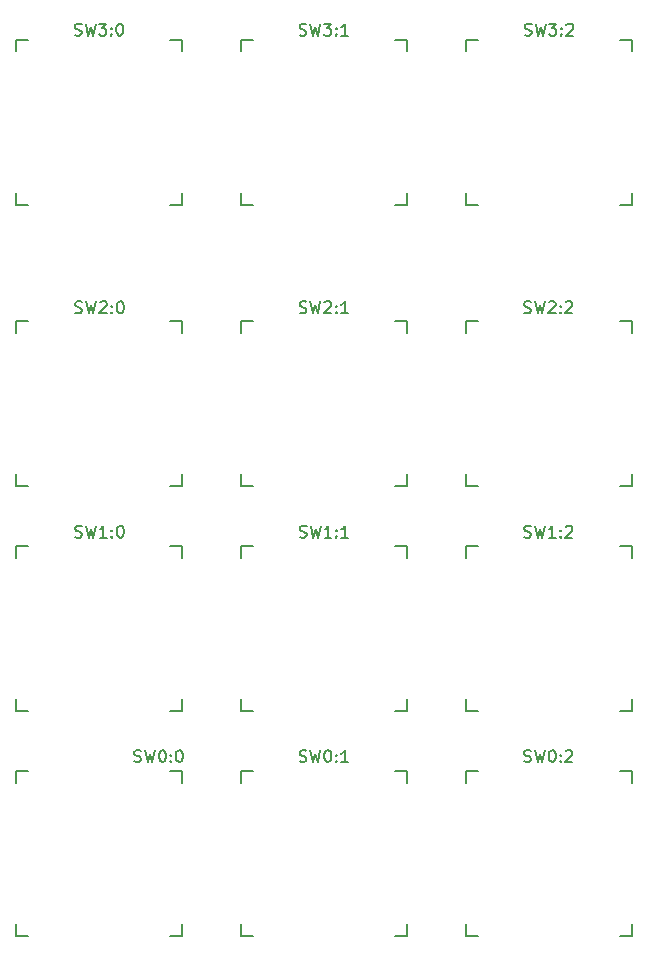
<source format=gto>
G04 #@! TF.GenerationSoftware,KiCad,Pcbnew,(5.1.5-0-10_14)*
G04 #@! TF.CreationDate,2020-01-22T02:16:51-06:00*
G04 #@! TF.ProjectId,imacro,696d6163-726f-42e6-9b69-6361645f7063,rev?*
G04 #@! TF.SameCoordinates,Original*
G04 #@! TF.FileFunction,Legend,Top*
G04 #@! TF.FilePolarity,Positive*
%FSLAX46Y46*%
G04 Gerber Fmt 4.6, Leading zero omitted, Abs format (unit mm)*
G04 Created by KiCad (PCBNEW (5.1.5-0-10_14)) date 2020-01-22 02:16:51*
%MOMM*%
%LPD*%
G04 APERTURE LIST*
%ADD10C,0.150000*%
%ADD11C,2.006600*%
%ADD12C,1.803400*%
%ADD13C,1.092200*%
%ADD14C,2.133600*%
%ADD15C,3.530600*%
%ADD16C,1.625600*%
G04 APERTURE END LIST*
D10*
X87962500Y-57293750D02*
X87962500Y-58293750D01*
X86962500Y-71293750D02*
X87962500Y-71293750D01*
X87962500Y-57293750D02*
X86962500Y-57293750D01*
X87962500Y-70293750D02*
X87962500Y-71293750D01*
X73962500Y-71293750D02*
X73962500Y-70293750D01*
X74962500Y-57293750D02*
X73962500Y-57293750D01*
X73962500Y-71293750D02*
X74962500Y-71293750D01*
X73962500Y-58293750D02*
X73962500Y-57293750D01*
X107012500Y-81106250D02*
X107012500Y-82106250D01*
X106012500Y-95106250D02*
X107012500Y-95106250D01*
X107012500Y-81106250D02*
X106012500Y-81106250D01*
X107012500Y-94106250D02*
X107012500Y-95106250D01*
X93012500Y-95106250D02*
X93012500Y-94106250D01*
X94012500Y-81106250D02*
X93012500Y-81106250D01*
X93012500Y-95106250D02*
X94012500Y-95106250D01*
X93012500Y-82106250D02*
X93012500Y-81106250D01*
X87962500Y-81106250D02*
X87962500Y-82106250D01*
X86962500Y-95106250D02*
X87962500Y-95106250D01*
X87962500Y-81106250D02*
X86962500Y-81106250D01*
X87962500Y-94106250D02*
X87962500Y-95106250D01*
X73962500Y-95106250D02*
X73962500Y-94106250D01*
X74962500Y-81106250D02*
X73962500Y-81106250D01*
X73962500Y-95106250D02*
X74962500Y-95106250D01*
X73962500Y-82106250D02*
X73962500Y-81106250D01*
X87962500Y-119206250D02*
X87962500Y-120206250D01*
X86962500Y-133206250D02*
X87962500Y-133206250D01*
X87962500Y-119206250D02*
X86962500Y-119206250D01*
X87962500Y-132206250D02*
X87962500Y-133206250D01*
X73962500Y-133206250D02*
X73962500Y-132206250D01*
X74962500Y-119206250D02*
X73962500Y-119206250D01*
X73962500Y-133206250D02*
X74962500Y-133206250D01*
X73962500Y-120206250D02*
X73962500Y-119206250D01*
X107012500Y-119206250D02*
X107012500Y-120206250D01*
X106012500Y-133206250D02*
X107012500Y-133206250D01*
X107012500Y-119206250D02*
X106012500Y-119206250D01*
X107012500Y-132206250D02*
X107012500Y-133206250D01*
X93012500Y-133206250D02*
X93012500Y-132206250D01*
X94012500Y-119206250D02*
X93012500Y-119206250D01*
X93012500Y-133206250D02*
X94012500Y-133206250D01*
X93012500Y-120206250D02*
X93012500Y-119206250D01*
X126062500Y-119206250D02*
X126062500Y-120206250D01*
X125062500Y-133206250D02*
X126062500Y-133206250D01*
X126062500Y-119206250D02*
X125062500Y-119206250D01*
X126062500Y-132206250D02*
X126062500Y-133206250D01*
X112062500Y-133206250D02*
X112062500Y-132206250D01*
X113062500Y-119206250D02*
X112062500Y-119206250D01*
X112062500Y-133206250D02*
X113062500Y-133206250D01*
X112062500Y-120206250D02*
X112062500Y-119206250D01*
X87962500Y-100156250D02*
X87962500Y-101156250D01*
X86962500Y-114156250D02*
X87962500Y-114156250D01*
X87962500Y-100156250D02*
X86962500Y-100156250D01*
X87962500Y-113156250D02*
X87962500Y-114156250D01*
X73962500Y-114156250D02*
X73962500Y-113156250D01*
X74962500Y-100156250D02*
X73962500Y-100156250D01*
X73962500Y-114156250D02*
X74962500Y-114156250D01*
X73962500Y-101156250D02*
X73962500Y-100156250D01*
X107012500Y-100156250D02*
X107012500Y-101156250D01*
X106012500Y-114156250D02*
X107012500Y-114156250D01*
X107012500Y-100156250D02*
X106012500Y-100156250D01*
X107012500Y-113156250D02*
X107012500Y-114156250D01*
X93012500Y-114156250D02*
X93012500Y-113156250D01*
X94012500Y-100156250D02*
X93012500Y-100156250D01*
X93012500Y-114156250D02*
X94012500Y-114156250D01*
X93012500Y-101156250D02*
X93012500Y-100156250D01*
X126062500Y-100156250D02*
X126062500Y-101156250D01*
X125062500Y-114156250D02*
X126062500Y-114156250D01*
X126062500Y-100156250D02*
X125062500Y-100156250D01*
X126062500Y-113156250D02*
X126062500Y-114156250D01*
X112062500Y-114156250D02*
X112062500Y-113156250D01*
X113062500Y-100156250D02*
X112062500Y-100156250D01*
X112062500Y-114156250D02*
X113062500Y-114156250D01*
X112062500Y-101156250D02*
X112062500Y-100156250D01*
X126062500Y-81106250D02*
X126062500Y-82106250D01*
X125062500Y-95106250D02*
X126062500Y-95106250D01*
X126062500Y-81106250D02*
X125062500Y-81106250D01*
X126062500Y-94106250D02*
X126062500Y-95106250D01*
X112062500Y-95106250D02*
X112062500Y-94106250D01*
X113062500Y-81106250D02*
X112062500Y-81106250D01*
X112062500Y-95106250D02*
X113062500Y-95106250D01*
X112062500Y-82106250D02*
X112062500Y-81106250D01*
X107012500Y-57293750D02*
X107012500Y-58293750D01*
X106012500Y-71293750D02*
X107012500Y-71293750D01*
X107012500Y-57293750D02*
X106012500Y-57293750D01*
X107012500Y-70293750D02*
X107012500Y-71293750D01*
X93012500Y-71293750D02*
X93012500Y-70293750D01*
X94012500Y-57293750D02*
X93012500Y-57293750D01*
X93012500Y-71293750D02*
X94012500Y-71293750D01*
X93012500Y-58293750D02*
X93012500Y-57293750D01*
X126062500Y-57293750D02*
X126062500Y-58293750D01*
X125062500Y-71293750D02*
X126062500Y-71293750D01*
X126062500Y-57293750D02*
X125062500Y-57293750D01*
X126062500Y-70293750D02*
X126062500Y-71293750D01*
X112062500Y-71293750D02*
X112062500Y-70293750D01*
X113062500Y-57293750D02*
X112062500Y-57293750D01*
X112062500Y-71293750D02*
X113062500Y-71293750D01*
X112062500Y-58293750D02*
X112062500Y-57293750D01*
X78914880Y-56904761D02*
X79057738Y-56952380D01*
X79295833Y-56952380D01*
X79391071Y-56904761D01*
X79438690Y-56857142D01*
X79486309Y-56761904D01*
X79486309Y-56666666D01*
X79438690Y-56571428D01*
X79391071Y-56523809D01*
X79295833Y-56476190D01*
X79105357Y-56428571D01*
X79010119Y-56380952D01*
X78962500Y-56333333D01*
X78914880Y-56238095D01*
X78914880Y-56142857D01*
X78962500Y-56047619D01*
X79010119Y-56000000D01*
X79105357Y-55952380D01*
X79343452Y-55952380D01*
X79486309Y-56000000D01*
X79819642Y-55952380D02*
X80057738Y-56952380D01*
X80248214Y-56238095D01*
X80438690Y-56952380D01*
X80676785Y-55952380D01*
X80962500Y-55952380D02*
X81581547Y-55952380D01*
X81248214Y-56333333D01*
X81391071Y-56333333D01*
X81486309Y-56380952D01*
X81533928Y-56428571D01*
X81581547Y-56523809D01*
X81581547Y-56761904D01*
X81533928Y-56857142D01*
X81486309Y-56904761D01*
X81391071Y-56952380D01*
X81105357Y-56952380D01*
X81010119Y-56904761D01*
X80962500Y-56857142D01*
X82010119Y-56857142D02*
X82057738Y-56904761D01*
X82010119Y-56952380D01*
X81962500Y-56904761D01*
X82010119Y-56857142D01*
X82010119Y-56952380D01*
X82010119Y-56333333D02*
X82057738Y-56380952D01*
X82010119Y-56428571D01*
X81962500Y-56380952D01*
X82010119Y-56333333D01*
X82010119Y-56428571D01*
X82676785Y-55952380D02*
X82772023Y-55952380D01*
X82867261Y-56000000D01*
X82914880Y-56047619D01*
X82962500Y-56142857D01*
X83010119Y-56333333D01*
X83010119Y-56571428D01*
X82962500Y-56761904D01*
X82914880Y-56857142D01*
X82867261Y-56904761D01*
X82772023Y-56952380D01*
X82676785Y-56952380D01*
X82581547Y-56904761D01*
X82533928Y-56857142D01*
X82486309Y-56761904D01*
X82438690Y-56571428D01*
X82438690Y-56333333D01*
X82486309Y-56142857D01*
X82533928Y-56047619D01*
X82581547Y-56000000D01*
X82676785Y-55952380D01*
X97952380Y-80404761D02*
X98095238Y-80452380D01*
X98333333Y-80452380D01*
X98428571Y-80404761D01*
X98476190Y-80357142D01*
X98523809Y-80261904D01*
X98523809Y-80166666D01*
X98476190Y-80071428D01*
X98428571Y-80023809D01*
X98333333Y-79976190D01*
X98142857Y-79928571D01*
X98047619Y-79880952D01*
X98000000Y-79833333D01*
X97952380Y-79738095D01*
X97952380Y-79642857D01*
X98000000Y-79547619D01*
X98047619Y-79500000D01*
X98142857Y-79452380D01*
X98380952Y-79452380D01*
X98523809Y-79500000D01*
X98857142Y-79452380D02*
X99095238Y-80452380D01*
X99285714Y-79738095D01*
X99476190Y-80452380D01*
X99714285Y-79452380D01*
X100047619Y-79547619D02*
X100095238Y-79500000D01*
X100190476Y-79452380D01*
X100428571Y-79452380D01*
X100523809Y-79500000D01*
X100571428Y-79547619D01*
X100619047Y-79642857D01*
X100619047Y-79738095D01*
X100571428Y-79880952D01*
X100000000Y-80452380D01*
X100619047Y-80452380D01*
X101047619Y-80357142D02*
X101095238Y-80404761D01*
X101047619Y-80452380D01*
X101000000Y-80404761D01*
X101047619Y-80357142D01*
X101047619Y-80452380D01*
X101047619Y-79833333D02*
X101095238Y-79880952D01*
X101047619Y-79928571D01*
X101000000Y-79880952D01*
X101047619Y-79833333D01*
X101047619Y-79928571D01*
X102047619Y-80452380D02*
X101476190Y-80452380D01*
X101761904Y-80452380D02*
X101761904Y-79452380D01*
X101666666Y-79595238D01*
X101571428Y-79690476D01*
X101476190Y-79738095D01*
X78952380Y-80404761D02*
X79095238Y-80452380D01*
X79333333Y-80452380D01*
X79428571Y-80404761D01*
X79476190Y-80357142D01*
X79523809Y-80261904D01*
X79523809Y-80166666D01*
X79476190Y-80071428D01*
X79428571Y-80023809D01*
X79333333Y-79976190D01*
X79142857Y-79928571D01*
X79047619Y-79880952D01*
X79000000Y-79833333D01*
X78952380Y-79738095D01*
X78952380Y-79642857D01*
X79000000Y-79547619D01*
X79047619Y-79500000D01*
X79142857Y-79452380D01*
X79380952Y-79452380D01*
X79523809Y-79500000D01*
X79857142Y-79452380D02*
X80095238Y-80452380D01*
X80285714Y-79738095D01*
X80476190Y-80452380D01*
X80714285Y-79452380D01*
X81047619Y-79547619D02*
X81095238Y-79500000D01*
X81190476Y-79452380D01*
X81428571Y-79452380D01*
X81523809Y-79500000D01*
X81571428Y-79547619D01*
X81619047Y-79642857D01*
X81619047Y-79738095D01*
X81571428Y-79880952D01*
X81000000Y-80452380D01*
X81619047Y-80452380D01*
X82047619Y-80357142D02*
X82095238Y-80404761D01*
X82047619Y-80452380D01*
X82000000Y-80404761D01*
X82047619Y-80357142D01*
X82047619Y-80452380D01*
X82047619Y-79833333D02*
X82095238Y-79880952D01*
X82047619Y-79928571D01*
X82000000Y-79880952D01*
X82047619Y-79833333D01*
X82047619Y-79928571D01*
X82714285Y-79452380D02*
X82809523Y-79452380D01*
X82904761Y-79500000D01*
X82952380Y-79547619D01*
X83000000Y-79642857D01*
X83047619Y-79833333D01*
X83047619Y-80071428D01*
X83000000Y-80261904D01*
X82952380Y-80357142D01*
X82904761Y-80404761D01*
X82809523Y-80452380D01*
X82714285Y-80452380D01*
X82619047Y-80404761D01*
X82571428Y-80357142D01*
X82523809Y-80261904D01*
X82476190Y-80071428D01*
X82476190Y-79833333D01*
X82523809Y-79642857D01*
X82571428Y-79547619D01*
X82619047Y-79500000D01*
X82714285Y-79452380D01*
X83952380Y-118404761D02*
X84095238Y-118452380D01*
X84333333Y-118452380D01*
X84428571Y-118404761D01*
X84476190Y-118357142D01*
X84523809Y-118261904D01*
X84523809Y-118166666D01*
X84476190Y-118071428D01*
X84428571Y-118023809D01*
X84333333Y-117976190D01*
X84142857Y-117928571D01*
X84047619Y-117880952D01*
X84000000Y-117833333D01*
X83952380Y-117738095D01*
X83952380Y-117642857D01*
X84000000Y-117547619D01*
X84047619Y-117500000D01*
X84142857Y-117452380D01*
X84380952Y-117452380D01*
X84523809Y-117500000D01*
X84857142Y-117452380D02*
X85095238Y-118452380D01*
X85285714Y-117738095D01*
X85476190Y-118452380D01*
X85714285Y-117452380D01*
X86285714Y-117452380D02*
X86380952Y-117452380D01*
X86476190Y-117500000D01*
X86523809Y-117547619D01*
X86571428Y-117642857D01*
X86619047Y-117833333D01*
X86619047Y-118071428D01*
X86571428Y-118261904D01*
X86523809Y-118357142D01*
X86476190Y-118404761D01*
X86380952Y-118452380D01*
X86285714Y-118452380D01*
X86190476Y-118404761D01*
X86142857Y-118357142D01*
X86095238Y-118261904D01*
X86047619Y-118071428D01*
X86047619Y-117833333D01*
X86095238Y-117642857D01*
X86142857Y-117547619D01*
X86190476Y-117500000D01*
X86285714Y-117452380D01*
X87047619Y-118357142D02*
X87095238Y-118404761D01*
X87047619Y-118452380D01*
X87000000Y-118404761D01*
X87047619Y-118357142D01*
X87047619Y-118452380D01*
X87047619Y-117833333D02*
X87095238Y-117880952D01*
X87047619Y-117928571D01*
X87000000Y-117880952D01*
X87047619Y-117833333D01*
X87047619Y-117928571D01*
X87714285Y-117452380D02*
X87809523Y-117452380D01*
X87904761Y-117500000D01*
X87952380Y-117547619D01*
X88000000Y-117642857D01*
X88047619Y-117833333D01*
X88047619Y-118071428D01*
X88000000Y-118261904D01*
X87952380Y-118357142D01*
X87904761Y-118404761D01*
X87809523Y-118452380D01*
X87714285Y-118452380D01*
X87619047Y-118404761D01*
X87571428Y-118357142D01*
X87523809Y-118261904D01*
X87476190Y-118071428D01*
X87476190Y-117833333D01*
X87523809Y-117642857D01*
X87571428Y-117547619D01*
X87619047Y-117500000D01*
X87714285Y-117452380D01*
X97952380Y-118404761D02*
X98095238Y-118452380D01*
X98333333Y-118452380D01*
X98428571Y-118404761D01*
X98476190Y-118357142D01*
X98523809Y-118261904D01*
X98523809Y-118166666D01*
X98476190Y-118071428D01*
X98428571Y-118023809D01*
X98333333Y-117976190D01*
X98142857Y-117928571D01*
X98047619Y-117880952D01*
X98000000Y-117833333D01*
X97952380Y-117738095D01*
X97952380Y-117642857D01*
X98000000Y-117547619D01*
X98047619Y-117500000D01*
X98142857Y-117452380D01*
X98380952Y-117452380D01*
X98523809Y-117500000D01*
X98857142Y-117452380D02*
X99095238Y-118452380D01*
X99285714Y-117738095D01*
X99476190Y-118452380D01*
X99714285Y-117452380D01*
X100285714Y-117452380D02*
X100380952Y-117452380D01*
X100476190Y-117500000D01*
X100523809Y-117547619D01*
X100571428Y-117642857D01*
X100619047Y-117833333D01*
X100619047Y-118071428D01*
X100571428Y-118261904D01*
X100523809Y-118357142D01*
X100476190Y-118404761D01*
X100380952Y-118452380D01*
X100285714Y-118452380D01*
X100190476Y-118404761D01*
X100142857Y-118357142D01*
X100095238Y-118261904D01*
X100047619Y-118071428D01*
X100047619Y-117833333D01*
X100095238Y-117642857D01*
X100142857Y-117547619D01*
X100190476Y-117500000D01*
X100285714Y-117452380D01*
X101047619Y-118357142D02*
X101095238Y-118404761D01*
X101047619Y-118452380D01*
X101000000Y-118404761D01*
X101047619Y-118357142D01*
X101047619Y-118452380D01*
X101047619Y-117833333D02*
X101095238Y-117880952D01*
X101047619Y-117928571D01*
X101000000Y-117880952D01*
X101047619Y-117833333D01*
X101047619Y-117928571D01*
X102047619Y-118452380D02*
X101476190Y-118452380D01*
X101761904Y-118452380D02*
X101761904Y-117452380D01*
X101666666Y-117595238D01*
X101571428Y-117690476D01*
X101476190Y-117738095D01*
X116952380Y-118404761D02*
X117095238Y-118452380D01*
X117333333Y-118452380D01*
X117428571Y-118404761D01*
X117476190Y-118357142D01*
X117523809Y-118261904D01*
X117523809Y-118166666D01*
X117476190Y-118071428D01*
X117428571Y-118023809D01*
X117333333Y-117976190D01*
X117142857Y-117928571D01*
X117047619Y-117880952D01*
X117000000Y-117833333D01*
X116952380Y-117738095D01*
X116952380Y-117642857D01*
X117000000Y-117547619D01*
X117047619Y-117500000D01*
X117142857Y-117452380D01*
X117380952Y-117452380D01*
X117523809Y-117500000D01*
X117857142Y-117452380D02*
X118095238Y-118452380D01*
X118285714Y-117738095D01*
X118476190Y-118452380D01*
X118714285Y-117452380D01*
X119285714Y-117452380D02*
X119380952Y-117452380D01*
X119476190Y-117500000D01*
X119523809Y-117547619D01*
X119571428Y-117642857D01*
X119619047Y-117833333D01*
X119619047Y-118071428D01*
X119571428Y-118261904D01*
X119523809Y-118357142D01*
X119476190Y-118404761D01*
X119380952Y-118452380D01*
X119285714Y-118452380D01*
X119190476Y-118404761D01*
X119142857Y-118357142D01*
X119095238Y-118261904D01*
X119047619Y-118071428D01*
X119047619Y-117833333D01*
X119095238Y-117642857D01*
X119142857Y-117547619D01*
X119190476Y-117500000D01*
X119285714Y-117452380D01*
X120047619Y-118357142D02*
X120095238Y-118404761D01*
X120047619Y-118452380D01*
X120000000Y-118404761D01*
X120047619Y-118357142D01*
X120047619Y-118452380D01*
X120047619Y-117833333D02*
X120095238Y-117880952D01*
X120047619Y-117928571D01*
X120000000Y-117880952D01*
X120047619Y-117833333D01*
X120047619Y-117928571D01*
X120476190Y-117547619D02*
X120523809Y-117500000D01*
X120619047Y-117452380D01*
X120857142Y-117452380D01*
X120952380Y-117500000D01*
X121000000Y-117547619D01*
X121047619Y-117642857D01*
X121047619Y-117738095D01*
X121000000Y-117880952D01*
X120428571Y-118452380D01*
X121047619Y-118452380D01*
X78952380Y-99404761D02*
X79095238Y-99452380D01*
X79333333Y-99452380D01*
X79428571Y-99404761D01*
X79476190Y-99357142D01*
X79523809Y-99261904D01*
X79523809Y-99166666D01*
X79476190Y-99071428D01*
X79428571Y-99023809D01*
X79333333Y-98976190D01*
X79142857Y-98928571D01*
X79047619Y-98880952D01*
X79000000Y-98833333D01*
X78952380Y-98738095D01*
X78952380Y-98642857D01*
X79000000Y-98547619D01*
X79047619Y-98500000D01*
X79142857Y-98452380D01*
X79380952Y-98452380D01*
X79523809Y-98500000D01*
X79857142Y-98452380D02*
X80095238Y-99452380D01*
X80285714Y-98738095D01*
X80476190Y-99452380D01*
X80714285Y-98452380D01*
X81619047Y-99452380D02*
X81047619Y-99452380D01*
X81333333Y-99452380D02*
X81333333Y-98452380D01*
X81238095Y-98595238D01*
X81142857Y-98690476D01*
X81047619Y-98738095D01*
X82047619Y-99357142D02*
X82095238Y-99404761D01*
X82047619Y-99452380D01*
X82000000Y-99404761D01*
X82047619Y-99357142D01*
X82047619Y-99452380D01*
X82047619Y-98833333D02*
X82095238Y-98880952D01*
X82047619Y-98928571D01*
X82000000Y-98880952D01*
X82047619Y-98833333D01*
X82047619Y-98928571D01*
X82714285Y-98452380D02*
X82809523Y-98452380D01*
X82904761Y-98500000D01*
X82952380Y-98547619D01*
X83000000Y-98642857D01*
X83047619Y-98833333D01*
X83047619Y-99071428D01*
X83000000Y-99261904D01*
X82952380Y-99357142D01*
X82904761Y-99404761D01*
X82809523Y-99452380D01*
X82714285Y-99452380D01*
X82619047Y-99404761D01*
X82571428Y-99357142D01*
X82523809Y-99261904D01*
X82476190Y-99071428D01*
X82476190Y-98833333D01*
X82523809Y-98642857D01*
X82571428Y-98547619D01*
X82619047Y-98500000D01*
X82714285Y-98452380D01*
X97964880Y-99404761D02*
X98107738Y-99452380D01*
X98345833Y-99452380D01*
X98441071Y-99404761D01*
X98488690Y-99357142D01*
X98536309Y-99261904D01*
X98536309Y-99166666D01*
X98488690Y-99071428D01*
X98441071Y-99023809D01*
X98345833Y-98976190D01*
X98155357Y-98928571D01*
X98060119Y-98880952D01*
X98012500Y-98833333D01*
X97964880Y-98738095D01*
X97964880Y-98642857D01*
X98012500Y-98547619D01*
X98060119Y-98500000D01*
X98155357Y-98452380D01*
X98393452Y-98452380D01*
X98536309Y-98500000D01*
X98869642Y-98452380D02*
X99107738Y-99452380D01*
X99298214Y-98738095D01*
X99488690Y-99452380D01*
X99726785Y-98452380D01*
X100631547Y-99452380D02*
X100060119Y-99452380D01*
X100345833Y-99452380D02*
X100345833Y-98452380D01*
X100250595Y-98595238D01*
X100155357Y-98690476D01*
X100060119Y-98738095D01*
X101060119Y-99357142D02*
X101107738Y-99404761D01*
X101060119Y-99452380D01*
X101012500Y-99404761D01*
X101060119Y-99357142D01*
X101060119Y-99452380D01*
X101060119Y-98833333D02*
X101107738Y-98880952D01*
X101060119Y-98928571D01*
X101012500Y-98880952D01*
X101060119Y-98833333D01*
X101060119Y-98928571D01*
X102060119Y-99452380D02*
X101488690Y-99452380D01*
X101774404Y-99452380D02*
X101774404Y-98452380D01*
X101679166Y-98595238D01*
X101583928Y-98690476D01*
X101488690Y-98738095D01*
X116952380Y-99404761D02*
X117095238Y-99452380D01*
X117333333Y-99452380D01*
X117428571Y-99404761D01*
X117476190Y-99357142D01*
X117523809Y-99261904D01*
X117523809Y-99166666D01*
X117476190Y-99071428D01*
X117428571Y-99023809D01*
X117333333Y-98976190D01*
X117142857Y-98928571D01*
X117047619Y-98880952D01*
X117000000Y-98833333D01*
X116952380Y-98738095D01*
X116952380Y-98642857D01*
X117000000Y-98547619D01*
X117047619Y-98500000D01*
X117142857Y-98452380D01*
X117380952Y-98452380D01*
X117523809Y-98500000D01*
X117857142Y-98452380D02*
X118095238Y-99452380D01*
X118285714Y-98738095D01*
X118476190Y-99452380D01*
X118714285Y-98452380D01*
X119619047Y-99452380D02*
X119047619Y-99452380D01*
X119333333Y-99452380D02*
X119333333Y-98452380D01*
X119238095Y-98595238D01*
X119142857Y-98690476D01*
X119047619Y-98738095D01*
X120047619Y-99357142D02*
X120095238Y-99404761D01*
X120047619Y-99452380D01*
X120000000Y-99404761D01*
X120047619Y-99357142D01*
X120047619Y-99452380D01*
X120047619Y-98833333D02*
X120095238Y-98880952D01*
X120047619Y-98928571D01*
X120000000Y-98880952D01*
X120047619Y-98833333D01*
X120047619Y-98928571D01*
X120476190Y-98547619D02*
X120523809Y-98500000D01*
X120619047Y-98452380D01*
X120857142Y-98452380D01*
X120952380Y-98500000D01*
X121000000Y-98547619D01*
X121047619Y-98642857D01*
X121047619Y-98738095D01*
X121000000Y-98880952D01*
X120428571Y-99452380D01*
X121047619Y-99452380D01*
X116952380Y-80404761D02*
X117095238Y-80452380D01*
X117333333Y-80452380D01*
X117428571Y-80404761D01*
X117476190Y-80357142D01*
X117523809Y-80261904D01*
X117523809Y-80166666D01*
X117476190Y-80071428D01*
X117428571Y-80023809D01*
X117333333Y-79976190D01*
X117142857Y-79928571D01*
X117047619Y-79880952D01*
X117000000Y-79833333D01*
X116952380Y-79738095D01*
X116952380Y-79642857D01*
X117000000Y-79547619D01*
X117047619Y-79500000D01*
X117142857Y-79452380D01*
X117380952Y-79452380D01*
X117523809Y-79500000D01*
X117857142Y-79452380D02*
X118095238Y-80452380D01*
X118285714Y-79738095D01*
X118476190Y-80452380D01*
X118714285Y-79452380D01*
X119047619Y-79547619D02*
X119095238Y-79500000D01*
X119190476Y-79452380D01*
X119428571Y-79452380D01*
X119523809Y-79500000D01*
X119571428Y-79547619D01*
X119619047Y-79642857D01*
X119619047Y-79738095D01*
X119571428Y-79880952D01*
X119000000Y-80452380D01*
X119619047Y-80452380D01*
X120047619Y-80357142D02*
X120095238Y-80404761D01*
X120047619Y-80452380D01*
X120000000Y-80404761D01*
X120047619Y-80357142D01*
X120047619Y-80452380D01*
X120047619Y-79833333D02*
X120095238Y-79880952D01*
X120047619Y-79928571D01*
X120000000Y-79880952D01*
X120047619Y-79833333D01*
X120047619Y-79928571D01*
X120476190Y-79547619D02*
X120523809Y-79500000D01*
X120619047Y-79452380D01*
X120857142Y-79452380D01*
X120952380Y-79500000D01*
X121000000Y-79547619D01*
X121047619Y-79642857D01*
X121047619Y-79738095D01*
X121000000Y-79880952D01*
X120428571Y-80452380D01*
X121047619Y-80452380D01*
X97952380Y-56904761D02*
X98095238Y-56952380D01*
X98333333Y-56952380D01*
X98428571Y-56904761D01*
X98476190Y-56857142D01*
X98523809Y-56761904D01*
X98523809Y-56666666D01*
X98476190Y-56571428D01*
X98428571Y-56523809D01*
X98333333Y-56476190D01*
X98142857Y-56428571D01*
X98047619Y-56380952D01*
X98000000Y-56333333D01*
X97952380Y-56238095D01*
X97952380Y-56142857D01*
X98000000Y-56047619D01*
X98047619Y-56000000D01*
X98142857Y-55952380D01*
X98380952Y-55952380D01*
X98523809Y-56000000D01*
X98857142Y-55952380D02*
X99095238Y-56952380D01*
X99285714Y-56238095D01*
X99476190Y-56952380D01*
X99714285Y-55952380D01*
X100000000Y-55952380D02*
X100619047Y-55952380D01*
X100285714Y-56333333D01*
X100428571Y-56333333D01*
X100523809Y-56380952D01*
X100571428Y-56428571D01*
X100619047Y-56523809D01*
X100619047Y-56761904D01*
X100571428Y-56857142D01*
X100523809Y-56904761D01*
X100428571Y-56952380D01*
X100142857Y-56952380D01*
X100047619Y-56904761D01*
X100000000Y-56857142D01*
X101047619Y-56857142D02*
X101095238Y-56904761D01*
X101047619Y-56952380D01*
X101000000Y-56904761D01*
X101047619Y-56857142D01*
X101047619Y-56952380D01*
X101047619Y-56333333D02*
X101095238Y-56380952D01*
X101047619Y-56428571D01*
X101000000Y-56380952D01*
X101047619Y-56333333D01*
X101047619Y-56428571D01*
X102047619Y-56952380D02*
X101476190Y-56952380D01*
X101761904Y-56952380D02*
X101761904Y-55952380D01*
X101666666Y-56095238D01*
X101571428Y-56190476D01*
X101476190Y-56238095D01*
X117014880Y-56904761D02*
X117157738Y-56952380D01*
X117395833Y-56952380D01*
X117491071Y-56904761D01*
X117538690Y-56857142D01*
X117586309Y-56761904D01*
X117586309Y-56666666D01*
X117538690Y-56571428D01*
X117491071Y-56523809D01*
X117395833Y-56476190D01*
X117205357Y-56428571D01*
X117110119Y-56380952D01*
X117062500Y-56333333D01*
X117014880Y-56238095D01*
X117014880Y-56142857D01*
X117062500Y-56047619D01*
X117110119Y-56000000D01*
X117205357Y-55952380D01*
X117443452Y-55952380D01*
X117586309Y-56000000D01*
X117919642Y-55952380D02*
X118157738Y-56952380D01*
X118348214Y-56238095D01*
X118538690Y-56952380D01*
X118776785Y-55952380D01*
X119062500Y-55952380D02*
X119681547Y-55952380D01*
X119348214Y-56333333D01*
X119491071Y-56333333D01*
X119586309Y-56380952D01*
X119633928Y-56428571D01*
X119681547Y-56523809D01*
X119681547Y-56761904D01*
X119633928Y-56857142D01*
X119586309Y-56904761D01*
X119491071Y-56952380D01*
X119205357Y-56952380D01*
X119110119Y-56904761D01*
X119062500Y-56857142D01*
X120110119Y-56857142D02*
X120157738Y-56904761D01*
X120110119Y-56952380D01*
X120062500Y-56904761D01*
X120110119Y-56857142D01*
X120110119Y-56952380D01*
X120110119Y-56333333D02*
X120157738Y-56380952D01*
X120110119Y-56428571D01*
X120062500Y-56380952D01*
X120110119Y-56333333D01*
X120110119Y-56428571D01*
X120538690Y-56047619D02*
X120586309Y-56000000D01*
X120681547Y-55952380D01*
X120919642Y-55952380D01*
X121014880Y-56000000D01*
X121062500Y-56047619D01*
X121110119Y-56142857D01*
X121110119Y-56238095D01*
X121062500Y-56380952D01*
X120491071Y-56952380D01*
X121110119Y-56952380D01*
%LPC*%
D11*
X80650000Y-117000000D03*
X75350000Y-117000000D03*
D12*
X75462500Y-64293750D03*
X86462500Y-64293750D03*
D13*
X86182500Y-60093750D03*
D14*
X80962500Y-70193750D03*
X75962500Y-68093750D03*
D15*
X80962500Y-64293750D03*
D12*
X94512500Y-88106250D03*
X105512500Y-88106250D03*
D13*
X105232500Y-83906250D03*
D14*
X100012500Y-94006250D03*
X95012500Y-91906250D03*
D15*
X100012500Y-88106250D03*
D12*
X75462500Y-88106250D03*
X86462500Y-88106250D03*
D13*
X86182500Y-83906250D03*
D14*
X80962500Y-94006250D03*
X75962500Y-91906250D03*
D15*
X80962500Y-88106250D03*
D12*
X75462500Y-126206250D03*
X86462500Y-126206250D03*
D13*
X86182500Y-122006250D03*
D14*
X80962500Y-132106250D03*
X75962500Y-130006250D03*
D15*
X80962500Y-126206250D03*
D12*
X94512500Y-126206250D03*
X105512500Y-126206250D03*
D13*
X105232500Y-122006250D03*
D14*
X100012500Y-132106250D03*
X95012500Y-130006250D03*
D15*
X100012500Y-126206250D03*
D12*
X113562500Y-126206250D03*
X124562500Y-126206250D03*
D13*
X124282500Y-122006250D03*
D14*
X119062500Y-132106250D03*
X114062500Y-130006250D03*
D15*
X119062500Y-126206250D03*
D12*
X75462500Y-107156250D03*
X86462500Y-107156250D03*
D13*
X86182500Y-102956250D03*
D14*
X80962500Y-113056250D03*
X75962500Y-110956250D03*
D15*
X80962500Y-107156250D03*
D12*
X94512500Y-107156250D03*
X105512500Y-107156250D03*
D13*
X105232500Y-102956250D03*
D14*
X100012500Y-113056250D03*
X95012500Y-110956250D03*
D15*
X100012500Y-107156250D03*
D12*
X113562500Y-107156250D03*
X124562500Y-107156250D03*
D13*
X124282500Y-102956250D03*
D14*
X119062500Y-113056250D03*
X114062500Y-110956250D03*
D15*
X119062500Y-107156250D03*
D12*
X113562500Y-88106250D03*
X124562500Y-88106250D03*
D13*
X124282500Y-83906250D03*
D14*
X119062500Y-94006250D03*
X114062500Y-91906250D03*
D15*
X119062500Y-88106250D03*
D12*
X94512500Y-64293750D03*
X105512500Y-64293750D03*
D13*
X105232500Y-60093750D03*
D14*
X100012500Y-70193750D03*
X95012500Y-68093750D03*
D15*
X100012500Y-64293750D03*
D12*
X113562500Y-64293750D03*
X124562500Y-64293750D03*
D13*
X124282500Y-60093750D03*
D14*
X119062500Y-70193750D03*
X114062500Y-68093750D03*
D15*
X119062500Y-64293750D03*
D16*
X91110000Y-74660000D03*
X93650000Y-74660000D03*
X96190000Y-74660000D03*
X98730000Y-74660000D03*
X101270000Y-74660000D03*
X103810000Y-74660000D03*
X106350000Y-74660000D03*
X108890000Y-74660000D03*
X111430000Y-74660000D03*
X113970000Y-74660000D03*
X116510000Y-74660000D03*
X119050000Y-74660000D03*
X119050000Y-54340000D03*
X116510000Y-54340000D03*
X113970000Y-54340000D03*
X111430000Y-54340000D03*
X108890000Y-54340000D03*
X106350000Y-54340000D03*
X103810000Y-54340000D03*
X101270000Y-54340000D03*
X98730000Y-54340000D03*
X96190000Y-54340000D03*
X93650000Y-54340000D03*
X91110000Y-54340000D03*
X88570000Y-54340000D03*
X86030000Y-54340000D03*
X83490000Y-54340000D03*
X80950000Y-54340000D03*
D11*
X124740000Y-116540000D03*
X122200000Y-116540000D03*
M02*

</source>
